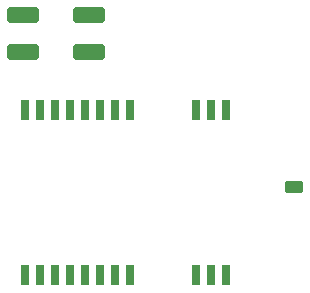
<source format=gbr>
%TF.GenerationSoftware,KiCad,Pcbnew,8.0.2*%
%TF.CreationDate,2024-06-12T11:30:57+02:00*%
%TF.ProjectId,e07-900m10s-breakout,6530372d-3930-4306-9d31-30732d627265,rev?*%
%TF.SameCoordinates,Original*%
%TF.FileFunction,Paste,Top*%
%TF.FilePolarity,Positive*%
%FSLAX46Y46*%
G04 Gerber Fmt 4.6, Leading zero omitted, Abs format (unit mm)*
G04 Created by KiCad (PCBNEW 8.0.2) date 2024-06-12 11:30:57*
%MOMM*%
%LPD*%
G01*
G04 APERTURE LIST*
G04 Aperture macros list*
%AMRoundRect*
0 Rectangle with rounded corners*
0 $1 Rounding radius*
0 $2 $3 $4 $5 $6 $7 $8 $9 X,Y pos of 4 corners*
0 Add a 4 corners polygon primitive as box body*
4,1,4,$2,$3,$4,$5,$6,$7,$8,$9,$2,$3,0*
0 Add four circle primitives for the rounded corners*
1,1,$1+$1,$2,$3*
1,1,$1+$1,$4,$5*
1,1,$1+$1,$6,$7*
1,1,$1+$1,$8,$9*
0 Add four rect primitives between the rounded corners*
20,1,$1+$1,$2,$3,$4,$5,0*
20,1,$1+$1,$4,$5,$6,$7,0*
20,1,$1+$1,$6,$7,$8,$9,0*
20,1,$1+$1,$8,$9,$2,$3,0*%
G04 Aperture macros list end*
%ADD10R,0.800000X1.800000*%
%ADD11RoundRect,0.250000X1.100000X-0.412500X1.100000X0.412500X-1.100000X0.412500X-1.100000X-0.412500X0*%
%ADD12RoundRect,0.101600X0.660400X0.406400X-0.660400X0.406400X-0.660400X-0.406400X0.660400X-0.406400X0*%
G04 APERTURE END LIST*
D10*
%TO.C,U1*%
X148954000Y-58532000D03*
X147684000Y-58532000D03*
X146414000Y-58532000D03*
X140844000Y-58532000D03*
X139574000Y-58532000D03*
X138304000Y-58532000D03*
X137034000Y-58532000D03*
X135764000Y-58532000D03*
X134494000Y-58532000D03*
X133224000Y-58532000D03*
X131954000Y-58532000D03*
X131954000Y-72532000D03*
X133224000Y-72532000D03*
X134494000Y-72532000D03*
X135764000Y-72532000D03*
X137034000Y-72532000D03*
X138304000Y-72532000D03*
X139574000Y-72532000D03*
X140844000Y-72532000D03*
X146414000Y-72532000D03*
X147684000Y-72532000D03*
X148954000Y-72532000D03*
%TD*%
D11*
%TO.C,C1*%
X131826000Y-53594000D03*
X131826000Y-50469000D03*
%TD*%
D12*
%TO.C,J$1*%
X154716750Y-65024000D03*
%TD*%
D11*
%TO.C,C2*%
X137414000Y-53594000D03*
X137414000Y-50469000D03*
%TD*%
M02*

</source>
